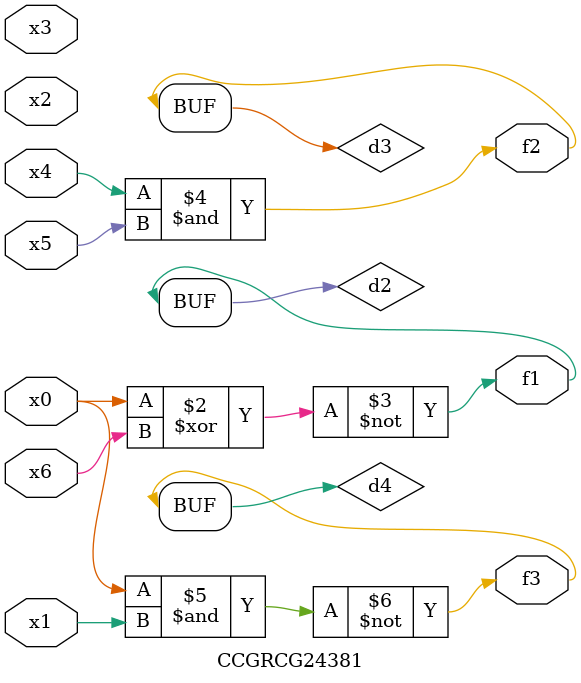
<source format=v>
module CCGRCG24381(
	input x0, x1, x2, x3, x4, x5, x6,
	output f1, f2, f3
);

	wire d1, d2, d3, d4;

	nor (d1, x0);
	xnor (d2, x0, x6);
	and (d3, x4, x5);
	nand (d4, x0, x1);
	assign f1 = d2;
	assign f2 = d3;
	assign f3 = d4;
endmodule

</source>
